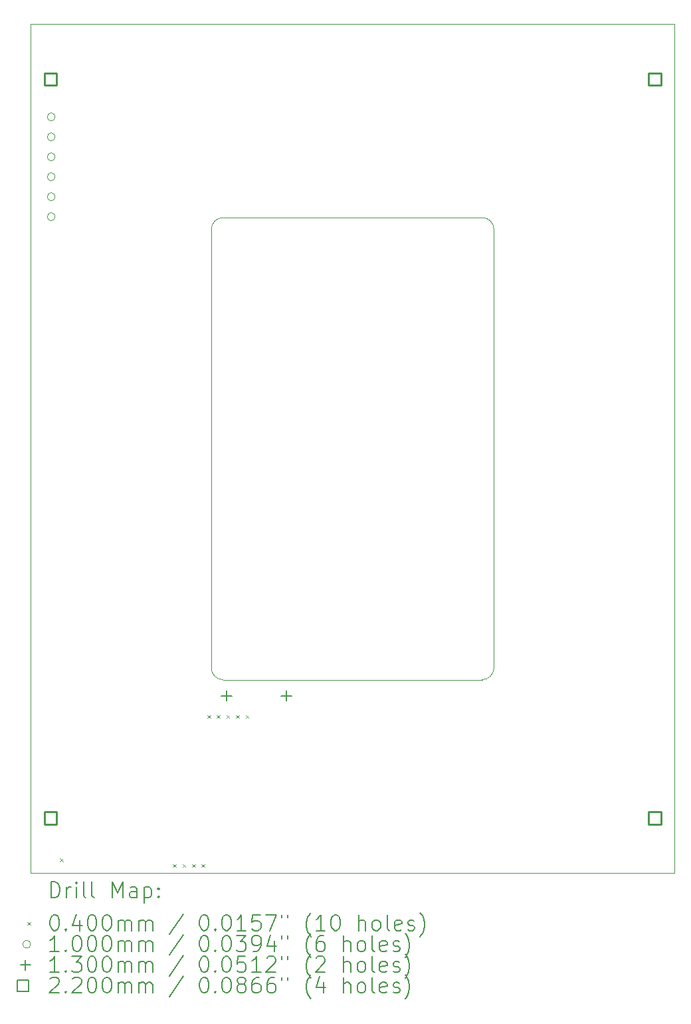
<source format=gbr>
%FSLAX45Y45*%
G04 Gerber Fmt 4.5, Leading zero omitted, Abs format (unit mm)*
G04 Created by KiCad (PCBNEW (6.0.5)) date 2023-01-23 17:02:27*
%MOMM*%
%LPD*%
G01*
G04 APERTURE LIST*
%TA.AperFunction,Profile*%
%ADD10C,0.100000*%
%TD*%
%TA.AperFunction,Profile*%
%ADD11C,0.050000*%
%TD*%
%ADD12C,0.200000*%
%ADD13C,0.040000*%
%ADD14C,0.100000*%
%ADD15C,0.130000*%
%ADD16C,0.220000*%
G04 APERTURE END LIST*
D10*
X13553966Y-11090066D02*
X13554317Y-7409767D01*
X17155317Y-7409767D02*
X17155400Y-11090000D01*
X13554400Y-12040000D02*
G75*
G03*
X13704400Y-12190000I150000J0D01*
G01*
X17155317Y-6459767D02*
X17155317Y-7409767D01*
X17005400Y-12190000D02*
G75*
G03*
X17155400Y-12040000I0J150000D01*
G01*
D11*
X11254600Y-14649800D02*
X19454600Y-14649800D01*
X19454600Y-3849800D02*
X11254600Y-3849800D01*
D10*
X13704400Y-12190000D02*
X17005400Y-12190000D01*
X17155317Y-6459767D02*
G75*
G03*
X17005317Y-6309767I-149993J7D01*
G01*
X13703883Y-6309833D02*
G75*
G03*
X13553883Y-6459833I-3J-149998D01*
G01*
D11*
X19454600Y-14649800D02*
X19454600Y-3849800D01*
D10*
X17005317Y-6309767D02*
X13703883Y-6309833D01*
X13554317Y-7409767D02*
X13553883Y-6459833D01*
D11*
X11254600Y-14649800D02*
X11254600Y-3849800D01*
D10*
X17155400Y-11090000D02*
X17155400Y-12040000D01*
X13554400Y-12040000D02*
X13553966Y-11090066D01*
D12*
D13*
X11626000Y-14463000D02*
X11666000Y-14503000D01*
X11666000Y-14463000D02*
X11626000Y-14503000D01*
X13063400Y-14536600D02*
X13103400Y-14576600D01*
X13103400Y-14536600D02*
X13063400Y-14576600D01*
X13185800Y-14536600D02*
X13225800Y-14576600D01*
X13225800Y-14536600D02*
X13185800Y-14576600D01*
X13308200Y-14536600D02*
X13348200Y-14576600D01*
X13348200Y-14536600D02*
X13308200Y-14576600D01*
X13430600Y-14536600D02*
X13470600Y-14576600D01*
X13470600Y-14536600D02*
X13430600Y-14576600D01*
X13501600Y-12639400D02*
X13541600Y-12679400D01*
X13541600Y-12639400D02*
X13501600Y-12679400D01*
X13624000Y-12639400D02*
X13664000Y-12679400D01*
X13664000Y-12639400D02*
X13624000Y-12679400D01*
X13746400Y-12639400D02*
X13786400Y-12679400D01*
X13786400Y-12639400D02*
X13746400Y-12679400D01*
X13868800Y-12639400D02*
X13908800Y-12679400D01*
X13908800Y-12639400D02*
X13868800Y-12679400D01*
X13991200Y-12639400D02*
X14031200Y-12679400D01*
X14031200Y-12639400D02*
X13991200Y-12679400D01*
D14*
X11564000Y-5028400D02*
G75*
G03*
X11564000Y-5028400I-50000J0D01*
G01*
X11564000Y-5282400D02*
G75*
G03*
X11564000Y-5282400I-50000J0D01*
G01*
X11564000Y-5536400D02*
G75*
G03*
X11564000Y-5536400I-50000J0D01*
G01*
X11564000Y-5790400D02*
G75*
G03*
X11564000Y-5790400I-50000J0D01*
G01*
X11564000Y-6044400D02*
G75*
G03*
X11564000Y-6044400I-50000J0D01*
G01*
X11564000Y-6298400D02*
G75*
G03*
X11564000Y-6298400I-50000J0D01*
G01*
D15*
X13749200Y-12329400D02*
X13749200Y-12459400D01*
X13684200Y-12394400D02*
X13814200Y-12394400D01*
X14511200Y-12329400D02*
X14511200Y-12459400D01*
X14446200Y-12394400D02*
X14576200Y-12394400D01*
D16*
X11582382Y-4627582D02*
X11582382Y-4472017D01*
X11426817Y-4472017D01*
X11426817Y-4627582D01*
X11582382Y-4627582D01*
X11582382Y-14027582D02*
X11582382Y-13872017D01*
X11426817Y-13872017D01*
X11426817Y-14027582D01*
X11582382Y-14027582D01*
X19282383Y-4627582D02*
X19282383Y-4472017D01*
X19126818Y-4472017D01*
X19126818Y-4627582D01*
X19282383Y-4627582D01*
X19282383Y-14027582D02*
X19282383Y-13872017D01*
X19126818Y-13872017D01*
X19126818Y-14027582D01*
X19282383Y-14027582D01*
D12*
X11509719Y-14962776D02*
X11509719Y-14762776D01*
X11557338Y-14762776D01*
X11585909Y-14772300D01*
X11604957Y-14791347D01*
X11614481Y-14810395D01*
X11624005Y-14848490D01*
X11624005Y-14877062D01*
X11614481Y-14915157D01*
X11604957Y-14934204D01*
X11585909Y-14953252D01*
X11557338Y-14962776D01*
X11509719Y-14962776D01*
X11709719Y-14962776D02*
X11709719Y-14829442D01*
X11709719Y-14867538D02*
X11719243Y-14848490D01*
X11728767Y-14838966D01*
X11747814Y-14829442D01*
X11766862Y-14829442D01*
X11833528Y-14962776D02*
X11833528Y-14829442D01*
X11833528Y-14762776D02*
X11824005Y-14772300D01*
X11833528Y-14781823D01*
X11843052Y-14772300D01*
X11833528Y-14762776D01*
X11833528Y-14781823D01*
X11957338Y-14962776D02*
X11938290Y-14953252D01*
X11928767Y-14934204D01*
X11928767Y-14762776D01*
X12062100Y-14962776D02*
X12043052Y-14953252D01*
X12033528Y-14934204D01*
X12033528Y-14762776D01*
X12290671Y-14962776D02*
X12290671Y-14762776D01*
X12357338Y-14905633D01*
X12424005Y-14762776D01*
X12424005Y-14962776D01*
X12604957Y-14962776D02*
X12604957Y-14858014D01*
X12595433Y-14838966D01*
X12576386Y-14829442D01*
X12538290Y-14829442D01*
X12519243Y-14838966D01*
X12604957Y-14953252D02*
X12585909Y-14962776D01*
X12538290Y-14962776D01*
X12519243Y-14953252D01*
X12509719Y-14934204D01*
X12509719Y-14915157D01*
X12519243Y-14896109D01*
X12538290Y-14886585D01*
X12585909Y-14886585D01*
X12604957Y-14877062D01*
X12700195Y-14829442D02*
X12700195Y-15029442D01*
X12700195Y-14838966D02*
X12719243Y-14829442D01*
X12757338Y-14829442D01*
X12776386Y-14838966D01*
X12785909Y-14848490D01*
X12795433Y-14867538D01*
X12795433Y-14924681D01*
X12785909Y-14943728D01*
X12776386Y-14953252D01*
X12757338Y-14962776D01*
X12719243Y-14962776D01*
X12700195Y-14953252D01*
X12881148Y-14943728D02*
X12890671Y-14953252D01*
X12881148Y-14962776D01*
X12871624Y-14953252D01*
X12881148Y-14943728D01*
X12881148Y-14962776D01*
X12881148Y-14838966D02*
X12890671Y-14848490D01*
X12881148Y-14858014D01*
X12871624Y-14848490D01*
X12881148Y-14838966D01*
X12881148Y-14858014D01*
D13*
X11212100Y-15272300D02*
X11252100Y-15312300D01*
X11252100Y-15272300D02*
X11212100Y-15312300D01*
D12*
X11547814Y-15182776D02*
X11566862Y-15182776D01*
X11585909Y-15192300D01*
X11595433Y-15201823D01*
X11604957Y-15220871D01*
X11614481Y-15258966D01*
X11614481Y-15306585D01*
X11604957Y-15344681D01*
X11595433Y-15363728D01*
X11585909Y-15373252D01*
X11566862Y-15382776D01*
X11547814Y-15382776D01*
X11528767Y-15373252D01*
X11519243Y-15363728D01*
X11509719Y-15344681D01*
X11500195Y-15306585D01*
X11500195Y-15258966D01*
X11509719Y-15220871D01*
X11519243Y-15201823D01*
X11528767Y-15192300D01*
X11547814Y-15182776D01*
X11700195Y-15363728D02*
X11709719Y-15373252D01*
X11700195Y-15382776D01*
X11690671Y-15373252D01*
X11700195Y-15363728D01*
X11700195Y-15382776D01*
X11881148Y-15249442D02*
X11881148Y-15382776D01*
X11833528Y-15173252D02*
X11785909Y-15316109D01*
X11909719Y-15316109D01*
X12024005Y-15182776D02*
X12043052Y-15182776D01*
X12062100Y-15192300D01*
X12071624Y-15201823D01*
X12081148Y-15220871D01*
X12090671Y-15258966D01*
X12090671Y-15306585D01*
X12081148Y-15344681D01*
X12071624Y-15363728D01*
X12062100Y-15373252D01*
X12043052Y-15382776D01*
X12024005Y-15382776D01*
X12004957Y-15373252D01*
X11995433Y-15363728D01*
X11985909Y-15344681D01*
X11976386Y-15306585D01*
X11976386Y-15258966D01*
X11985909Y-15220871D01*
X11995433Y-15201823D01*
X12004957Y-15192300D01*
X12024005Y-15182776D01*
X12214481Y-15182776D02*
X12233528Y-15182776D01*
X12252576Y-15192300D01*
X12262100Y-15201823D01*
X12271624Y-15220871D01*
X12281148Y-15258966D01*
X12281148Y-15306585D01*
X12271624Y-15344681D01*
X12262100Y-15363728D01*
X12252576Y-15373252D01*
X12233528Y-15382776D01*
X12214481Y-15382776D01*
X12195433Y-15373252D01*
X12185909Y-15363728D01*
X12176386Y-15344681D01*
X12166862Y-15306585D01*
X12166862Y-15258966D01*
X12176386Y-15220871D01*
X12185909Y-15201823D01*
X12195433Y-15192300D01*
X12214481Y-15182776D01*
X12366862Y-15382776D02*
X12366862Y-15249442D01*
X12366862Y-15268490D02*
X12376386Y-15258966D01*
X12395433Y-15249442D01*
X12424005Y-15249442D01*
X12443052Y-15258966D01*
X12452576Y-15278014D01*
X12452576Y-15382776D01*
X12452576Y-15278014D02*
X12462100Y-15258966D01*
X12481148Y-15249442D01*
X12509719Y-15249442D01*
X12528767Y-15258966D01*
X12538290Y-15278014D01*
X12538290Y-15382776D01*
X12633528Y-15382776D02*
X12633528Y-15249442D01*
X12633528Y-15268490D02*
X12643052Y-15258966D01*
X12662100Y-15249442D01*
X12690671Y-15249442D01*
X12709719Y-15258966D01*
X12719243Y-15278014D01*
X12719243Y-15382776D01*
X12719243Y-15278014D02*
X12728767Y-15258966D01*
X12747814Y-15249442D01*
X12776386Y-15249442D01*
X12795433Y-15258966D01*
X12804957Y-15278014D01*
X12804957Y-15382776D01*
X13195433Y-15173252D02*
X13024005Y-15430395D01*
X13452576Y-15182776D02*
X13471624Y-15182776D01*
X13490671Y-15192300D01*
X13500195Y-15201823D01*
X13509719Y-15220871D01*
X13519243Y-15258966D01*
X13519243Y-15306585D01*
X13509719Y-15344681D01*
X13500195Y-15363728D01*
X13490671Y-15373252D01*
X13471624Y-15382776D01*
X13452576Y-15382776D01*
X13433528Y-15373252D01*
X13424005Y-15363728D01*
X13414481Y-15344681D01*
X13404957Y-15306585D01*
X13404957Y-15258966D01*
X13414481Y-15220871D01*
X13424005Y-15201823D01*
X13433528Y-15192300D01*
X13452576Y-15182776D01*
X13604957Y-15363728D02*
X13614481Y-15373252D01*
X13604957Y-15382776D01*
X13595433Y-15373252D01*
X13604957Y-15363728D01*
X13604957Y-15382776D01*
X13738290Y-15182776D02*
X13757338Y-15182776D01*
X13776386Y-15192300D01*
X13785909Y-15201823D01*
X13795433Y-15220871D01*
X13804957Y-15258966D01*
X13804957Y-15306585D01*
X13795433Y-15344681D01*
X13785909Y-15363728D01*
X13776386Y-15373252D01*
X13757338Y-15382776D01*
X13738290Y-15382776D01*
X13719243Y-15373252D01*
X13709719Y-15363728D01*
X13700195Y-15344681D01*
X13690671Y-15306585D01*
X13690671Y-15258966D01*
X13700195Y-15220871D01*
X13709719Y-15201823D01*
X13719243Y-15192300D01*
X13738290Y-15182776D01*
X13995433Y-15382776D02*
X13881148Y-15382776D01*
X13938290Y-15382776D02*
X13938290Y-15182776D01*
X13919243Y-15211347D01*
X13900195Y-15230395D01*
X13881148Y-15239919D01*
X14176386Y-15182776D02*
X14081148Y-15182776D01*
X14071624Y-15278014D01*
X14081148Y-15268490D01*
X14100195Y-15258966D01*
X14147814Y-15258966D01*
X14166862Y-15268490D01*
X14176386Y-15278014D01*
X14185909Y-15297062D01*
X14185909Y-15344681D01*
X14176386Y-15363728D01*
X14166862Y-15373252D01*
X14147814Y-15382776D01*
X14100195Y-15382776D01*
X14081148Y-15373252D01*
X14071624Y-15363728D01*
X14252576Y-15182776D02*
X14385909Y-15182776D01*
X14300195Y-15382776D01*
X14452576Y-15182776D02*
X14452576Y-15220871D01*
X14528767Y-15182776D02*
X14528767Y-15220871D01*
X14824005Y-15458966D02*
X14814481Y-15449442D01*
X14795433Y-15420871D01*
X14785909Y-15401823D01*
X14776386Y-15373252D01*
X14766862Y-15325633D01*
X14766862Y-15287538D01*
X14776386Y-15239919D01*
X14785909Y-15211347D01*
X14795433Y-15192300D01*
X14814481Y-15163728D01*
X14824005Y-15154204D01*
X15004957Y-15382776D02*
X14890671Y-15382776D01*
X14947814Y-15382776D02*
X14947814Y-15182776D01*
X14928767Y-15211347D01*
X14909719Y-15230395D01*
X14890671Y-15239919D01*
X15128767Y-15182776D02*
X15147814Y-15182776D01*
X15166862Y-15192300D01*
X15176386Y-15201823D01*
X15185909Y-15220871D01*
X15195433Y-15258966D01*
X15195433Y-15306585D01*
X15185909Y-15344681D01*
X15176386Y-15363728D01*
X15166862Y-15373252D01*
X15147814Y-15382776D01*
X15128767Y-15382776D01*
X15109719Y-15373252D01*
X15100195Y-15363728D01*
X15090671Y-15344681D01*
X15081148Y-15306585D01*
X15081148Y-15258966D01*
X15090671Y-15220871D01*
X15100195Y-15201823D01*
X15109719Y-15192300D01*
X15128767Y-15182776D01*
X15433528Y-15382776D02*
X15433528Y-15182776D01*
X15519243Y-15382776D02*
X15519243Y-15278014D01*
X15509719Y-15258966D01*
X15490671Y-15249442D01*
X15462100Y-15249442D01*
X15443052Y-15258966D01*
X15433528Y-15268490D01*
X15643052Y-15382776D02*
X15624005Y-15373252D01*
X15614481Y-15363728D01*
X15604957Y-15344681D01*
X15604957Y-15287538D01*
X15614481Y-15268490D01*
X15624005Y-15258966D01*
X15643052Y-15249442D01*
X15671624Y-15249442D01*
X15690671Y-15258966D01*
X15700195Y-15268490D01*
X15709719Y-15287538D01*
X15709719Y-15344681D01*
X15700195Y-15363728D01*
X15690671Y-15373252D01*
X15671624Y-15382776D01*
X15643052Y-15382776D01*
X15824005Y-15382776D02*
X15804957Y-15373252D01*
X15795433Y-15354204D01*
X15795433Y-15182776D01*
X15976386Y-15373252D02*
X15957338Y-15382776D01*
X15919243Y-15382776D01*
X15900195Y-15373252D01*
X15890671Y-15354204D01*
X15890671Y-15278014D01*
X15900195Y-15258966D01*
X15919243Y-15249442D01*
X15957338Y-15249442D01*
X15976386Y-15258966D01*
X15985909Y-15278014D01*
X15985909Y-15297062D01*
X15890671Y-15316109D01*
X16062100Y-15373252D02*
X16081148Y-15382776D01*
X16119243Y-15382776D01*
X16138290Y-15373252D01*
X16147814Y-15354204D01*
X16147814Y-15344681D01*
X16138290Y-15325633D01*
X16119243Y-15316109D01*
X16090671Y-15316109D01*
X16071624Y-15306585D01*
X16062100Y-15287538D01*
X16062100Y-15278014D01*
X16071624Y-15258966D01*
X16090671Y-15249442D01*
X16119243Y-15249442D01*
X16138290Y-15258966D01*
X16214481Y-15458966D02*
X16224005Y-15449442D01*
X16243052Y-15420871D01*
X16252576Y-15401823D01*
X16262100Y-15373252D01*
X16271624Y-15325633D01*
X16271624Y-15287538D01*
X16262100Y-15239919D01*
X16252576Y-15211347D01*
X16243052Y-15192300D01*
X16224005Y-15163728D01*
X16214481Y-15154204D01*
D14*
X11252100Y-15556300D02*
G75*
G03*
X11252100Y-15556300I-50000J0D01*
G01*
D12*
X11614481Y-15646776D02*
X11500195Y-15646776D01*
X11557338Y-15646776D02*
X11557338Y-15446776D01*
X11538290Y-15475347D01*
X11519243Y-15494395D01*
X11500195Y-15503919D01*
X11700195Y-15627728D02*
X11709719Y-15637252D01*
X11700195Y-15646776D01*
X11690671Y-15637252D01*
X11700195Y-15627728D01*
X11700195Y-15646776D01*
X11833528Y-15446776D02*
X11852576Y-15446776D01*
X11871624Y-15456300D01*
X11881148Y-15465823D01*
X11890671Y-15484871D01*
X11900195Y-15522966D01*
X11900195Y-15570585D01*
X11890671Y-15608681D01*
X11881148Y-15627728D01*
X11871624Y-15637252D01*
X11852576Y-15646776D01*
X11833528Y-15646776D01*
X11814481Y-15637252D01*
X11804957Y-15627728D01*
X11795433Y-15608681D01*
X11785909Y-15570585D01*
X11785909Y-15522966D01*
X11795433Y-15484871D01*
X11804957Y-15465823D01*
X11814481Y-15456300D01*
X11833528Y-15446776D01*
X12024005Y-15446776D02*
X12043052Y-15446776D01*
X12062100Y-15456300D01*
X12071624Y-15465823D01*
X12081148Y-15484871D01*
X12090671Y-15522966D01*
X12090671Y-15570585D01*
X12081148Y-15608681D01*
X12071624Y-15627728D01*
X12062100Y-15637252D01*
X12043052Y-15646776D01*
X12024005Y-15646776D01*
X12004957Y-15637252D01*
X11995433Y-15627728D01*
X11985909Y-15608681D01*
X11976386Y-15570585D01*
X11976386Y-15522966D01*
X11985909Y-15484871D01*
X11995433Y-15465823D01*
X12004957Y-15456300D01*
X12024005Y-15446776D01*
X12214481Y-15446776D02*
X12233528Y-15446776D01*
X12252576Y-15456300D01*
X12262100Y-15465823D01*
X12271624Y-15484871D01*
X12281148Y-15522966D01*
X12281148Y-15570585D01*
X12271624Y-15608681D01*
X12262100Y-15627728D01*
X12252576Y-15637252D01*
X12233528Y-15646776D01*
X12214481Y-15646776D01*
X12195433Y-15637252D01*
X12185909Y-15627728D01*
X12176386Y-15608681D01*
X12166862Y-15570585D01*
X12166862Y-15522966D01*
X12176386Y-15484871D01*
X12185909Y-15465823D01*
X12195433Y-15456300D01*
X12214481Y-15446776D01*
X12366862Y-15646776D02*
X12366862Y-15513442D01*
X12366862Y-15532490D02*
X12376386Y-15522966D01*
X12395433Y-15513442D01*
X12424005Y-15513442D01*
X12443052Y-15522966D01*
X12452576Y-15542014D01*
X12452576Y-15646776D01*
X12452576Y-15542014D02*
X12462100Y-15522966D01*
X12481148Y-15513442D01*
X12509719Y-15513442D01*
X12528767Y-15522966D01*
X12538290Y-15542014D01*
X12538290Y-15646776D01*
X12633528Y-15646776D02*
X12633528Y-15513442D01*
X12633528Y-15532490D02*
X12643052Y-15522966D01*
X12662100Y-15513442D01*
X12690671Y-15513442D01*
X12709719Y-15522966D01*
X12719243Y-15542014D01*
X12719243Y-15646776D01*
X12719243Y-15542014D02*
X12728767Y-15522966D01*
X12747814Y-15513442D01*
X12776386Y-15513442D01*
X12795433Y-15522966D01*
X12804957Y-15542014D01*
X12804957Y-15646776D01*
X13195433Y-15437252D02*
X13024005Y-15694395D01*
X13452576Y-15446776D02*
X13471624Y-15446776D01*
X13490671Y-15456300D01*
X13500195Y-15465823D01*
X13509719Y-15484871D01*
X13519243Y-15522966D01*
X13519243Y-15570585D01*
X13509719Y-15608681D01*
X13500195Y-15627728D01*
X13490671Y-15637252D01*
X13471624Y-15646776D01*
X13452576Y-15646776D01*
X13433528Y-15637252D01*
X13424005Y-15627728D01*
X13414481Y-15608681D01*
X13404957Y-15570585D01*
X13404957Y-15522966D01*
X13414481Y-15484871D01*
X13424005Y-15465823D01*
X13433528Y-15456300D01*
X13452576Y-15446776D01*
X13604957Y-15627728D02*
X13614481Y-15637252D01*
X13604957Y-15646776D01*
X13595433Y-15637252D01*
X13604957Y-15627728D01*
X13604957Y-15646776D01*
X13738290Y-15446776D02*
X13757338Y-15446776D01*
X13776386Y-15456300D01*
X13785909Y-15465823D01*
X13795433Y-15484871D01*
X13804957Y-15522966D01*
X13804957Y-15570585D01*
X13795433Y-15608681D01*
X13785909Y-15627728D01*
X13776386Y-15637252D01*
X13757338Y-15646776D01*
X13738290Y-15646776D01*
X13719243Y-15637252D01*
X13709719Y-15627728D01*
X13700195Y-15608681D01*
X13690671Y-15570585D01*
X13690671Y-15522966D01*
X13700195Y-15484871D01*
X13709719Y-15465823D01*
X13719243Y-15456300D01*
X13738290Y-15446776D01*
X13871624Y-15446776D02*
X13995433Y-15446776D01*
X13928767Y-15522966D01*
X13957338Y-15522966D01*
X13976386Y-15532490D01*
X13985909Y-15542014D01*
X13995433Y-15561062D01*
X13995433Y-15608681D01*
X13985909Y-15627728D01*
X13976386Y-15637252D01*
X13957338Y-15646776D01*
X13900195Y-15646776D01*
X13881148Y-15637252D01*
X13871624Y-15627728D01*
X14090671Y-15646776D02*
X14128767Y-15646776D01*
X14147814Y-15637252D01*
X14157338Y-15627728D01*
X14176386Y-15599157D01*
X14185909Y-15561062D01*
X14185909Y-15484871D01*
X14176386Y-15465823D01*
X14166862Y-15456300D01*
X14147814Y-15446776D01*
X14109719Y-15446776D01*
X14090671Y-15456300D01*
X14081148Y-15465823D01*
X14071624Y-15484871D01*
X14071624Y-15532490D01*
X14081148Y-15551538D01*
X14090671Y-15561062D01*
X14109719Y-15570585D01*
X14147814Y-15570585D01*
X14166862Y-15561062D01*
X14176386Y-15551538D01*
X14185909Y-15532490D01*
X14357338Y-15513442D02*
X14357338Y-15646776D01*
X14309719Y-15437252D02*
X14262100Y-15580109D01*
X14385909Y-15580109D01*
X14452576Y-15446776D02*
X14452576Y-15484871D01*
X14528767Y-15446776D02*
X14528767Y-15484871D01*
X14824005Y-15722966D02*
X14814481Y-15713442D01*
X14795433Y-15684871D01*
X14785909Y-15665823D01*
X14776386Y-15637252D01*
X14766862Y-15589633D01*
X14766862Y-15551538D01*
X14776386Y-15503919D01*
X14785909Y-15475347D01*
X14795433Y-15456300D01*
X14814481Y-15427728D01*
X14824005Y-15418204D01*
X14985909Y-15446776D02*
X14947814Y-15446776D01*
X14928767Y-15456300D01*
X14919243Y-15465823D01*
X14900195Y-15494395D01*
X14890671Y-15532490D01*
X14890671Y-15608681D01*
X14900195Y-15627728D01*
X14909719Y-15637252D01*
X14928767Y-15646776D01*
X14966862Y-15646776D01*
X14985909Y-15637252D01*
X14995433Y-15627728D01*
X15004957Y-15608681D01*
X15004957Y-15561062D01*
X14995433Y-15542014D01*
X14985909Y-15532490D01*
X14966862Y-15522966D01*
X14928767Y-15522966D01*
X14909719Y-15532490D01*
X14900195Y-15542014D01*
X14890671Y-15561062D01*
X15243052Y-15646776D02*
X15243052Y-15446776D01*
X15328767Y-15646776D02*
X15328767Y-15542014D01*
X15319243Y-15522966D01*
X15300195Y-15513442D01*
X15271624Y-15513442D01*
X15252576Y-15522966D01*
X15243052Y-15532490D01*
X15452576Y-15646776D02*
X15433528Y-15637252D01*
X15424005Y-15627728D01*
X15414481Y-15608681D01*
X15414481Y-15551538D01*
X15424005Y-15532490D01*
X15433528Y-15522966D01*
X15452576Y-15513442D01*
X15481148Y-15513442D01*
X15500195Y-15522966D01*
X15509719Y-15532490D01*
X15519243Y-15551538D01*
X15519243Y-15608681D01*
X15509719Y-15627728D01*
X15500195Y-15637252D01*
X15481148Y-15646776D01*
X15452576Y-15646776D01*
X15633528Y-15646776D02*
X15614481Y-15637252D01*
X15604957Y-15618204D01*
X15604957Y-15446776D01*
X15785909Y-15637252D02*
X15766862Y-15646776D01*
X15728767Y-15646776D01*
X15709719Y-15637252D01*
X15700195Y-15618204D01*
X15700195Y-15542014D01*
X15709719Y-15522966D01*
X15728767Y-15513442D01*
X15766862Y-15513442D01*
X15785909Y-15522966D01*
X15795433Y-15542014D01*
X15795433Y-15561062D01*
X15700195Y-15580109D01*
X15871624Y-15637252D02*
X15890671Y-15646776D01*
X15928767Y-15646776D01*
X15947814Y-15637252D01*
X15957338Y-15618204D01*
X15957338Y-15608681D01*
X15947814Y-15589633D01*
X15928767Y-15580109D01*
X15900195Y-15580109D01*
X15881148Y-15570585D01*
X15871624Y-15551538D01*
X15871624Y-15542014D01*
X15881148Y-15522966D01*
X15900195Y-15513442D01*
X15928767Y-15513442D01*
X15947814Y-15522966D01*
X16024005Y-15722966D02*
X16033528Y-15713442D01*
X16052576Y-15684871D01*
X16062100Y-15665823D01*
X16071624Y-15637252D01*
X16081148Y-15589633D01*
X16081148Y-15551538D01*
X16071624Y-15503919D01*
X16062100Y-15475347D01*
X16052576Y-15456300D01*
X16033528Y-15427728D01*
X16024005Y-15418204D01*
D15*
X11187100Y-15755300D02*
X11187100Y-15885300D01*
X11122100Y-15820300D02*
X11252100Y-15820300D01*
D12*
X11614481Y-15910776D02*
X11500195Y-15910776D01*
X11557338Y-15910776D02*
X11557338Y-15710776D01*
X11538290Y-15739347D01*
X11519243Y-15758395D01*
X11500195Y-15767919D01*
X11700195Y-15891728D02*
X11709719Y-15901252D01*
X11700195Y-15910776D01*
X11690671Y-15901252D01*
X11700195Y-15891728D01*
X11700195Y-15910776D01*
X11776386Y-15710776D02*
X11900195Y-15710776D01*
X11833528Y-15786966D01*
X11862100Y-15786966D01*
X11881148Y-15796490D01*
X11890671Y-15806014D01*
X11900195Y-15825062D01*
X11900195Y-15872681D01*
X11890671Y-15891728D01*
X11881148Y-15901252D01*
X11862100Y-15910776D01*
X11804957Y-15910776D01*
X11785909Y-15901252D01*
X11776386Y-15891728D01*
X12024005Y-15710776D02*
X12043052Y-15710776D01*
X12062100Y-15720300D01*
X12071624Y-15729823D01*
X12081148Y-15748871D01*
X12090671Y-15786966D01*
X12090671Y-15834585D01*
X12081148Y-15872681D01*
X12071624Y-15891728D01*
X12062100Y-15901252D01*
X12043052Y-15910776D01*
X12024005Y-15910776D01*
X12004957Y-15901252D01*
X11995433Y-15891728D01*
X11985909Y-15872681D01*
X11976386Y-15834585D01*
X11976386Y-15786966D01*
X11985909Y-15748871D01*
X11995433Y-15729823D01*
X12004957Y-15720300D01*
X12024005Y-15710776D01*
X12214481Y-15710776D02*
X12233528Y-15710776D01*
X12252576Y-15720300D01*
X12262100Y-15729823D01*
X12271624Y-15748871D01*
X12281148Y-15786966D01*
X12281148Y-15834585D01*
X12271624Y-15872681D01*
X12262100Y-15891728D01*
X12252576Y-15901252D01*
X12233528Y-15910776D01*
X12214481Y-15910776D01*
X12195433Y-15901252D01*
X12185909Y-15891728D01*
X12176386Y-15872681D01*
X12166862Y-15834585D01*
X12166862Y-15786966D01*
X12176386Y-15748871D01*
X12185909Y-15729823D01*
X12195433Y-15720300D01*
X12214481Y-15710776D01*
X12366862Y-15910776D02*
X12366862Y-15777442D01*
X12366862Y-15796490D02*
X12376386Y-15786966D01*
X12395433Y-15777442D01*
X12424005Y-15777442D01*
X12443052Y-15786966D01*
X12452576Y-15806014D01*
X12452576Y-15910776D01*
X12452576Y-15806014D02*
X12462100Y-15786966D01*
X12481148Y-15777442D01*
X12509719Y-15777442D01*
X12528767Y-15786966D01*
X12538290Y-15806014D01*
X12538290Y-15910776D01*
X12633528Y-15910776D02*
X12633528Y-15777442D01*
X12633528Y-15796490D02*
X12643052Y-15786966D01*
X12662100Y-15777442D01*
X12690671Y-15777442D01*
X12709719Y-15786966D01*
X12719243Y-15806014D01*
X12719243Y-15910776D01*
X12719243Y-15806014D02*
X12728767Y-15786966D01*
X12747814Y-15777442D01*
X12776386Y-15777442D01*
X12795433Y-15786966D01*
X12804957Y-15806014D01*
X12804957Y-15910776D01*
X13195433Y-15701252D02*
X13024005Y-15958395D01*
X13452576Y-15710776D02*
X13471624Y-15710776D01*
X13490671Y-15720300D01*
X13500195Y-15729823D01*
X13509719Y-15748871D01*
X13519243Y-15786966D01*
X13519243Y-15834585D01*
X13509719Y-15872681D01*
X13500195Y-15891728D01*
X13490671Y-15901252D01*
X13471624Y-15910776D01*
X13452576Y-15910776D01*
X13433528Y-15901252D01*
X13424005Y-15891728D01*
X13414481Y-15872681D01*
X13404957Y-15834585D01*
X13404957Y-15786966D01*
X13414481Y-15748871D01*
X13424005Y-15729823D01*
X13433528Y-15720300D01*
X13452576Y-15710776D01*
X13604957Y-15891728D02*
X13614481Y-15901252D01*
X13604957Y-15910776D01*
X13595433Y-15901252D01*
X13604957Y-15891728D01*
X13604957Y-15910776D01*
X13738290Y-15710776D02*
X13757338Y-15710776D01*
X13776386Y-15720300D01*
X13785909Y-15729823D01*
X13795433Y-15748871D01*
X13804957Y-15786966D01*
X13804957Y-15834585D01*
X13795433Y-15872681D01*
X13785909Y-15891728D01*
X13776386Y-15901252D01*
X13757338Y-15910776D01*
X13738290Y-15910776D01*
X13719243Y-15901252D01*
X13709719Y-15891728D01*
X13700195Y-15872681D01*
X13690671Y-15834585D01*
X13690671Y-15786966D01*
X13700195Y-15748871D01*
X13709719Y-15729823D01*
X13719243Y-15720300D01*
X13738290Y-15710776D01*
X13985909Y-15710776D02*
X13890671Y-15710776D01*
X13881148Y-15806014D01*
X13890671Y-15796490D01*
X13909719Y-15786966D01*
X13957338Y-15786966D01*
X13976386Y-15796490D01*
X13985909Y-15806014D01*
X13995433Y-15825062D01*
X13995433Y-15872681D01*
X13985909Y-15891728D01*
X13976386Y-15901252D01*
X13957338Y-15910776D01*
X13909719Y-15910776D01*
X13890671Y-15901252D01*
X13881148Y-15891728D01*
X14185909Y-15910776D02*
X14071624Y-15910776D01*
X14128767Y-15910776D02*
X14128767Y-15710776D01*
X14109719Y-15739347D01*
X14090671Y-15758395D01*
X14071624Y-15767919D01*
X14262100Y-15729823D02*
X14271624Y-15720300D01*
X14290671Y-15710776D01*
X14338290Y-15710776D01*
X14357338Y-15720300D01*
X14366862Y-15729823D01*
X14376386Y-15748871D01*
X14376386Y-15767919D01*
X14366862Y-15796490D01*
X14252576Y-15910776D01*
X14376386Y-15910776D01*
X14452576Y-15710776D02*
X14452576Y-15748871D01*
X14528767Y-15710776D02*
X14528767Y-15748871D01*
X14824005Y-15986966D02*
X14814481Y-15977442D01*
X14795433Y-15948871D01*
X14785909Y-15929823D01*
X14776386Y-15901252D01*
X14766862Y-15853633D01*
X14766862Y-15815538D01*
X14776386Y-15767919D01*
X14785909Y-15739347D01*
X14795433Y-15720300D01*
X14814481Y-15691728D01*
X14824005Y-15682204D01*
X14890671Y-15729823D02*
X14900195Y-15720300D01*
X14919243Y-15710776D01*
X14966862Y-15710776D01*
X14985909Y-15720300D01*
X14995433Y-15729823D01*
X15004957Y-15748871D01*
X15004957Y-15767919D01*
X14995433Y-15796490D01*
X14881148Y-15910776D01*
X15004957Y-15910776D01*
X15243052Y-15910776D02*
X15243052Y-15710776D01*
X15328767Y-15910776D02*
X15328767Y-15806014D01*
X15319243Y-15786966D01*
X15300195Y-15777442D01*
X15271624Y-15777442D01*
X15252576Y-15786966D01*
X15243052Y-15796490D01*
X15452576Y-15910776D02*
X15433528Y-15901252D01*
X15424005Y-15891728D01*
X15414481Y-15872681D01*
X15414481Y-15815538D01*
X15424005Y-15796490D01*
X15433528Y-15786966D01*
X15452576Y-15777442D01*
X15481148Y-15777442D01*
X15500195Y-15786966D01*
X15509719Y-15796490D01*
X15519243Y-15815538D01*
X15519243Y-15872681D01*
X15509719Y-15891728D01*
X15500195Y-15901252D01*
X15481148Y-15910776D01*
X15452576Y-15910776D01*
X15633528Y-15910776D02*
X15614481Y-15901252D01*
X15604957Y-15882204D01*
X15604957Y-15710776D01*
X15785909Y-15901252D02*
X15766862Y-15910776D01*
X15728767Y-15910776D01*
X15709719Y-15901252D01*
X15700195Y-15882204D01*
X15700195Y-15806014D01*
X15709719Y-15786966D01*
X15728767Y-15777442D01*
X15766862Y-15777442D01*
X15785909Y-15786966D01*
X15795433Y-15806014D01*
X15795433Y-15825062D01*
X15700195Y-15844109D01*
X15871624Y-15901252D02*
X15890671Y-15910776D01*
X15928767Y-15910776D01*
X15947814Y-15901252D01*
X15957338Y-15882204D01*
X15957338Y-15872681D01*
X15947814Y-15853633D01*
X15928767Y-15844109D01*
X15900195Y-15844109D01*
X15881148Y-15834585D01*
X15871624Y-15815538D01*
X15871624Y-15806014D01*
X15881148Y-15786966D01*
X15900195Y-15777442D01*
X15928767Y-15777442D01*
X15947814Y-15786966D01*
X16024005Y-15986966D02*
X16033528Y-15977442D01*
X16052576Y-15948871D01*
X16062100Y-15929823D01*
X16071624Y-15901252D01*
X16081148Y-15853633D01*
X16081148Y-15815538D01*
X16071624Y-15767919D01*
X16062100Y-15739347D01*
X16052576Y-15720300D01*
X16033528Y-15691728D01*
X16024005Y-15682204D01*
X11222811Y-16155011D02*
X11222811Y-16013588D01*
X11081389Y-16013588D01*
X11081389Y-16155011D01*
X11222811Y-16155011D01*
X11500195Y-15993823D02*
X11509719Y-15984300D01*
X11528767Y-15974776D01*
X11576386Y-15974776D01*
X11595433Y-15984300D01*
X11604957Y-15993823D01*
X11614481Y-16012871D01*
X11614481Y-16031919D01*
X11604957Y-16060490D01*
X11490671Y-16174776D01*
X11614481Y-16174776D01*
X11700195Y-16155728D02*
X11709719Y-16165252D01*
X11700195Y-16174776D01*
X11690671Y-16165252D01*
X11700195Y-16155728D01*
X11700195Y-16174776D01*
X11785909Y-15993823D02*
X11795433Y-15984300D01*
X11814481Y-15974776D01*
X11862100Y-15974776D01*
X11881148Y-15984300D01*
X11890671Y-15993823D01*
X11900195Y-16012871D01*
X11900195Y-16031919D01*
X11890671Y-16060490D01*
X11776386Y-16174776D01*
X11900195Y-16174776D01*
X12024005Y-15974776D02*
X12043052Y-15974776D01*
X12062100Y-15984300D01*
X12071624Y-15993823D01*
X12081148Y-16012871D01*
X12090671Y-16050966D01*
X12090671Y-16098585D01*
X12081148Y-16136681D01*
X12071624Y-16155728D01*
X12062100Y-16165252D01*
X12043052Y-16174776D01*
X12024005Y-16174776D01*
X12004957Y-16165252D01*
X11995433Y-16155728D01*
X11985909Y-16136681D01*
X11976386Y-16098585D01*
X11976386Y-16050966D01*
X11985909Y-16012871D01*
X11995433Y-15993823D01*
X12004957Y-15984300D01*
X12024005Y-15974776D01*
X12214481Y-15974776D02*
X12233528Y-15974776D01*
X12252576Y-15984300D01*
X12262100Y-15993823D01*
X12271624Y-16012871D01*
X12281148Y-16050966D01*
X12281148Y-16098585D01*
X12271624Y-16136681D01*
X12262100Y-16155728D01*
X12252576Y-16165252D01*
X12233528Y-16174776D01*
X12214481Y-16174776D01*
X12195433Y-16165252D01*
X12185909Y-16155728D01*
X12176386Y-16136681D01*
X12166862Y-16098585D01*
X12166862Y-16050966D01*
X12176386Y-16012871D01*
X12185909Y-15993823D01*
X12195433Y-15984300D01*
X12214481Y-15974776D01*
X12366862Y-16174776D02*
X12366862Y-16041442D01*
X12366862Y-16060490D02*
X12376386Y-16050966D01*
X12395433Y-16041442D01*
X12424005Y-16041442D01*
X12443052Y-16050966D01*
X12452576Y-16070014D01*
X12452576Y-16174776D01*
X12452576Y-16070014D02*
X12462100Y-16050966D01*
X12481148Y-16041442D01*
X12509719Y-16041442D01*
X12528767Y-16050966D01*
X12538290Y-16070014D01*
X12538290Y-16174776D01*
X12633528Y-16174776D02*
X12633528Y-16041442D01*
X12633528Y-16060490D02*
X12643052Y-16050966D01*
X12662100Y-16041442D01*
X12690671Y-16041442D01*
X12709719Y-16050966D01*
X12719243Y-16070014D01*
X12719243Y-16174776D01*
X12719243Y-16070014D02*
X12728767Y-16050966D01*
X12747814Y-16041442D01*
X12776386Y-16041442D01*
X12795433Y-16050966D01*
X12804957Y-16070014D01*
X12804957Y-16174776D01*
X13195433Y-15965252D02*
X13024005Y-16222395D01*
X13452576Y-15974776D02*
X13471624Y-15974776D01*
X13490671Y-15984300D01*
X13500195Y-15993823D01*
X13509719Y-16012871D01*
X13519243Y-16050966D01*
X13519243Y-16098585D01*
X13509719Y-16136681D01*
X13500195Y-16155728D01*
X13490671Y-16165252D01*
X13471624Y-16174776D01*
X13452576Y-16174776D01*
X13433528Y-16165252D01*
X13424005Y-16155728D01*
X13414481Y-16136681D01*
X13404957Y-16098585D01*
X13404957Y-16050966D01*
X13414481Y-16012871D01*
X13424005Y-15993823D01*
X13433528Y-15984300D01*
X13452576Y-15974776D01*
X13604957Y-16155728D02*
X13614481Y-16165252D01*
X13604957Y-16174776D01*
X13595433Y-16165252D01*
X13604957Y-16155728D01*
X13604957Y-16174776D01*
X13738290Y-15974776D02*
X13757338Y-15974776D01*
X13776386Y-15984300D01*
X13785909Y-15993823D01*
X13795433Y-16012871D01*
X13804957Y-16050966D01*
X13804957Y-16098585D01*
X13795433Y-16136681D01*
X13785909Y-16155728D01*
X13776386Y-16165252D01*
X13757338Y-16174776D01*
X13738290Y-16174776D01*
X13719243Y-16165252D01*
X13709719Y-16155728D01*
X13700195Y-16136681D01*
X13690671Y-16098585D01*
X13690671Y-16050966D01*
X13700195Y-16012871D01*
X13709719Y-15993823D01*
X13719243Y-15984300D01*
X13738290Y-15974776D01*
X13919243Y-16060490D02*
X13900195Y-16050966D01*
X13890671Y-16041442D01*
X13881148Y-16022395D01*
X13881148Y-16012871D01*
X13890671Y-15993823D01*
X13900195Y-15984300D01*
X13919243Y-15974776D01*
X13957338Y-15974776D01*
X13976386Y-15984300D01*
X13985909Y-15993823D01*
X13995433Y-16012871D01*
X13995433Y-16022395D01*
X13985909Y-16041442D01*
X13976386Y-16050966D01*
X13957338Y-16060490D01*
X13919243Y-16060490D01*
X13900195Y-16070014D01*
X13890671Y-16079538D01*
X13881148Y-16098585D01*
X13881148Y-16136681D01*
X13890671Y-16155728D01*
X13900195Y-16165252D01*
X13919243Y-16174776D01*
X13957338Y-16174776D01*
X13976386Y-16165252D01*
X13985909Y-16155728D01*
X13995433Y-16136681D01*
X13995433Y-16098585D01*
X13985909Y-16079538D01*
X13976386Y-16070014D01*
X13957338Y-16060490D01*
X14166862Y-15974776D02*
X14128767Y-15974776D01*
X14109719Y-15984300D01*
X14100195Y-15993823D01*
X14081148Y-16022395D01*
X14071624Y-16060490D01*
X14071624Y-16136681D01*
X14081148Y-16155728D01*
X14090671Y-16165252D01*
X14109719Y-16174776D01*
X14147814Y-16174776D01*
X14166862Y-16165252D01*
X14176386Y-16155728D01*
X14185909Y-16136681D01*
X14185909Y-16089062D01*
X14176386Y-16070014D01*
X14166862Y-16060490D01*
X14147814Y-16050966D01*
X14109719Y-16050966D01*
X14090671Y-16060490D01*
X14081148Y-16070014D01*
X14071624Y-16089062D01*
X14357338Y-15974776D02*
X14319243Y-15974776D01*
X14300195Y-15984300D01*
X14290671Y-15993823D01*
X14271624Y-16022395D01*
X14262100Y-16060490D01*
X14262100Y-16136681D01*
X14271624Y-16155728D01*
X14281148Y-16165252D01*
X14300195Y-16174776D01*
X14338290Y-16174776D01*
X14357338Y-16165252D01*
X14366862Y-16155728D01*
X14376386Y-16136681D01*
X14376386Y-16089062D01*
X14366862Y-16070014D01*
X14357338Y-16060490D01*
X14338290Y-16050966D01*
X14300195Y-16050966D01*
X14281148Y-16060490D01*
X14271624Y-16070014D01*
X14262100Y-16089062D01*
X14452576Y-15974776D02*
X14452576Y-16012871D01*
X14528767Y-15974776D02*
X14528767Y-16012871D01*
X14824005Y-16250966D02*
X14814481Y-16241442D01*
X14795433Y-16212871D01*
X14785909Y-16193823D01*
X14776386Y-16165252D01*
X14766862Y-16117633D01*
X14766862Y-16079538D01*
X14776386Y-16031919D01*
X14785909Y-16003347D01*
X14795433Y-15984300D01*
X14814481Y-15955728D01*
X14824005Y-15946204D01*
X14985909Y-16041442D02*
X14985909Y-16174776D01*
X14938290Y-15965252D02*
X14890671Y-16108109D01*
X15014481Y-16108109D01*
X15243052Y-16174776D02*
X15243052Y-15974776D01*
X15328767Y-16174776D02*
X15328767Y-16070014D01*
X15319243Y-16050966D01*
X15300195Y-16041442D01*
X15271624Y-16041442D01*
X15252576Y-16050966D01*
X15243052Y-16060490D01*
X15452576Y-16174776D02*
X15433528Y-16165252D01*
X15424005Y-16155728D01*
X15414481Y-16136681D01*
X15414481Y-16079538D01*
X15424005Y-16060490D01*
X15433528Y-16050966D01*
X15452576Y-16041442D01*
X15481148Y-16041442D01*
X15500195Y-16050966D01*
X15509719Y-16060490D01*
X15519243Y-16079538D01*
X15519243Y-16136681D01*
X15509719Y-16155728D01*
X15500195Y-16165252D01*
X15481148Y-16174776D01*
X15452576Y-16174776D01*
X15633528Y-16174776D02*
X15614481Y-16165252D01*
X15604957Y-16146204D01*
X15604957Y-15974776D01*
X15785909Y-16165252D02*
X15766862Y-16174776D01*
X15728767Y-16174776D01*
X15709719Y-16165252D01*
X15700195Y-16146204D01*
X15700195Y-16070014D01*
X15709719Y-16050966D01*
X15728767Y-16041442D01*
X15766862Y-16041442D01*
X15785909Y-16050966D01*
X15795433Y-16070014D01*
X15795433Y-16089062D01*
X15700195Y-16108109D01*
X15871624Y-16165252D02*
X15890671Y-16174776D01*
X15928767Y-16174776D01*
X15947814Y-16165252D01*
X15957338Y-16146204D01*
X15957338Y-16136681D01*
X15947814Y-16117633D01*
X15928767Y-16108109D01*
X15900195Y-16108109D01*
X15881148Y-16098585D01*
X15871624Y-16079538D01*
X15871624Y-16070014D01*
X15881148Y-16050966D01*
X15900195Y-16041442D01*
X15928767Y-16041442D01*
X15947814Y-16050966D01*
X16024005Y-16250966D02*
X16033528Y-16241442D01*
X16052576Y-16212871D01*
X16062100Y-16193823D01*
X16071624Y-16165252D01*
X16081148Y-16117633D01*
X16081148Y-16079538D01*
X16071624Y-16031919D01*
X16062100Y-16003347D01*
X16052576Y-15984300D01*
X16033528Y-15955728D01*
X16024005Y-15946204D01*
M02*

</source>
